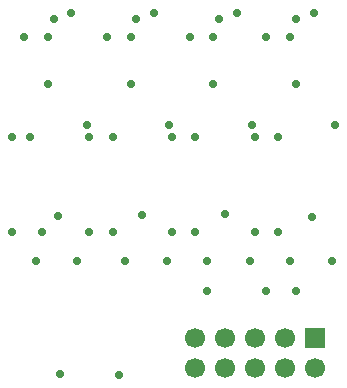
<source format=gbs>
G04*
G04 #@! TF.GenerationSoftware,Altium Limited,Altium Designer,24.5.2 (23)*
G04*
G04 Layer_Color=16711935*
%FSLAX25Y25*%
%MOIN*%
G70*
G04*
G04 #@! TF.SameCoordinates,EE7ABEC0-FA62-49D2-8FE4-2AC88B8F3348*
G04*
G04*
G04 #@! TF.FilePolarity,Negative*
G04*
G01*
G75*
%ADD42R,0.06693X0.06693*%
%ADD43C,0.06693*%
%ADD44C,0.02756*%
D42*
X323150Y281496D02*
D03*
D43*
X313150D02*
D03*
X303150D02*
D03*
X293150D02*
D03*
X283150D02*
D03*
X323150Y271496D02*
D03*
X313150D02*
D03*
X303150D02*
D03*
X293150D02*
D03*
X283150D02*
D03*
D44*
X258045Y269315D02*
D03*
X234252Y381890D02*
D03*
X236221Y387795D02*
D03*
X261811Y381890D02*
D03*
X263779Y387795D02*
D03*
X289370Y381890D02*
D03*
X291339Y387795D02*
D03*
X316929D02*
D03*
X314961Y381890D02*
D03*
X248031Y316929D02*
D03*
X238189Y269685D02*
D03*
X314961Y307087D02*
D03*
X287402D02*
D03*
X259842D02*
D03*
X230315D02*
D03*
X311024Y316929D02*
D03*
X303150D02*
D03*
X283465D02*
D03*
X275590D02*
D03*
X255906D02*
D03*
X232283D02*
D03*
X222441D02*
D03*
X311024Y348425D02*
D03*
X303150D02*
D03*
X283465D02*
D03*
X275590D02*
D03*
X255906D02*
D03*
X274803Y352362D02*
D03*
X248031Y348425D02*
D03*
X222441D02*
D03*
X228346D02*
D03*
X287402Y297244D02*
D03*
X307087D02*
D03*
X316929D02*
D03*
X329134Y307087D02*
D03*
X274016D02*
D03*
X301575D02*
D03*
X244094D02*
D03*
X237498Y322188D02*
D03*
X265746Y322403D02*
D03*
X322242Y321870D02*
D03*
X293305Y322709D02*
D03*
X329921Y352362D02*
D03*
X316929Y366142D02*
D03*
X302362Y352362D02*
D03*
X289370Y366142D02*
D03*
X261811D02*
D03*
X234252D02*
D03*
X247244Y352362D02*
D03*
X322835Y389764D02*
D03*
X297244D02*
D03*
X269685D02*
D03*
X242126D02*
D03*
X307087Y381890D02*
D03*
X281496D02*
D03*
X253937D02*
D03*
X226378D02*
D03*
M02*

</source>
